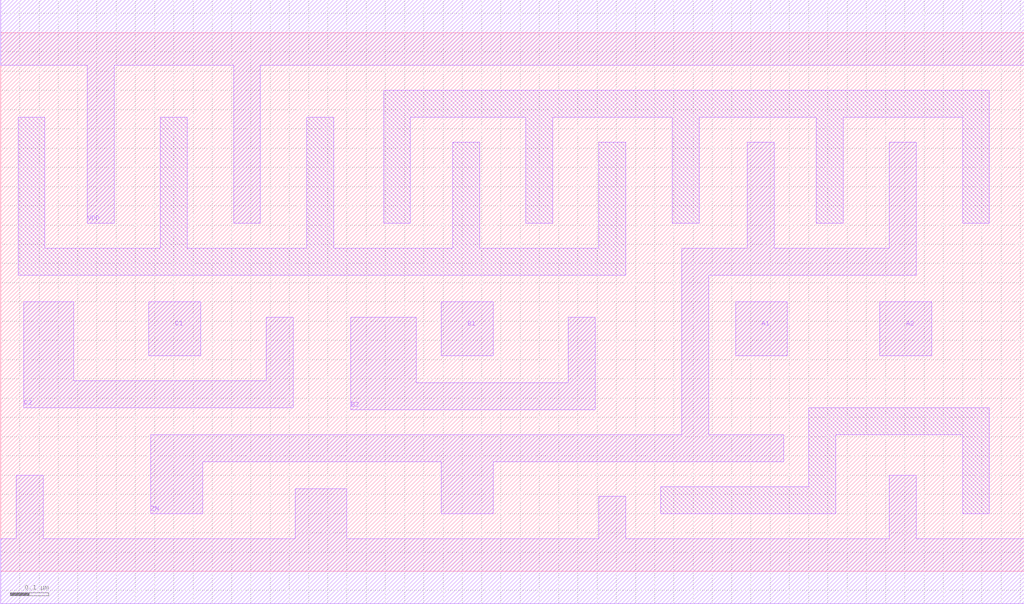
<source format=lef>
# 
# ******************************************************************************
# *                                                                            *
# *                   Copyright (C) 2004-2010, Nangate Inc.                    *
# *                           All rights reserved.                             *
# *                                                                            *
# * Nangate and the Nangate logo are trademarks of Nangate Inc.                *
# *                                                                            *
# * All trademarks, logos, software marks, and trade names (collectively the   *
# * "Marks") in this program are proprietary to Nangate or other respective    *
# * owners that have granted Nangate the right and license to use such Marks.  *
# * You are not permitted to use the Marks without the prior written consent   *
# * of Nangate or such third party that may own the Marks.                     *
# *                                                                            *
# * This file has been provided pursuant to a License Agreement containing     *
# * restrictions on its use. This file contains valuable trade secrets and     *
# * proprietary information of Nangate Inc., and is protected by U.S. and      *
# * international laws and/or treaties.                                        *
# *                                                                            *
# * The copyright notice(s) in this file does not indicate actual or intended  *
# * publication of this file.                                                  *
# *                                                                            *
# *     NGLibraryCreator, v2010.08-HR32-SP3-2010-08-05 - build 1009061800      *
# *                                                                            *
# ******************************************************************************
# 
# 
# Running on brazil06.nangate.com.br for user Giancarlo Franciscatto (gfr).
# Local time is now Fri, 3 Dec 2010, 19:32:18.
# Main process id is 27821.

VERSION 5.6 ;
BUSBITCHARS "[]" ;
DIVIDERCHAR "/" ;

MACRO AOI222_X2
  CLASS core ;
  FOREIGN AOI222_X2 0.0 0.0 ;
  ORIGIN 0 0 ;
  SYMMETRY X Y ;
  SITE FreePDK45_38x28_10R_NP_162NW_34O ;
  SIZE 2.66 BY 1.4 ;
  PIN A1
    DIRECTION INPUT ;
    ANTENNAPARTIALMETALAREA 0.0189 LAYER metal1 ;
    ANTENNAPARTIALMETALSIDEAREA 0.0715 LAYER metal1 ;
    ANTENNAGATEAREA 0.1045 ;
    PORT
      LAYER metal1 ;
        POLYGON 1.91 0.56 2.045 0.56 2.045 0.7 1.91 0.7  ;
    END
  END A1
  PIN A2
    DIRECTION INPUT ;
    ANTENNAPARTIALMETALAREA 0.0189 LAYER metal1 ;
    ANTENNAPARTIALMETALSIDEAREA 0.0715 LAYER metal1 ;
    ANTENNAGATEAREA 0.1045 ;
    PORT
      LAYER metal1 ;
        POLYGON 2.285 0.56 2.42 0.56 2.42 0.7 2.285 0.7  ;
    END
  END A2
  PIN B1
    DIRECTION INPUT ;
    ANTENNAPARTIALMETALAREA 0.0189 LAYER metal1 ;
    ANTENNAPARTIALMETALSIDEAREA 0.0715 LAYER metal1 ;
    ANTENNAGATEAREA 0.1045 ;
    PORT
      LAYER metal1 ;
        POLYGON 1.145 0.56 1.28 0.56 1.28 0.7 1.145 0.7  ;
    END
  END B1
  PIN B2
    DIRECTION INPUT ;
    ANTENNAPARTIALMETALAREA 0.08525 LAYER metal1 ;
    ANTENNAPARTIALMETALSIDEAREA 0.2717 LAYER metal1 ;
    ANTENNAGATEAREA 0.1045 ;
    PORT
      LAYER metal1 ;
        POLYGON 0.91 0.42 1.545 0.42 1.545 0.66 1.475 0.66 1.475 0.49 1.08 0.49 1.08 0.66 0.91 0.66  ;
    END
  END B2
  PIN C1
    DIRECTION INPUT ;
    ANTENNAPARTIALMETALAREA 0.0189 LAYER metal1 ;
    ANTENNAPARTIALMETALSIDEAREA 0.0715 LAYER metal1 ;
    ANTENNAGATEAREA 0.1045 ;
    PORT
      LAYER metal1 ;
        POLYGON 0.385 0.56 0.52 0.56 0.52 0.7 0.385 0.7  ;
    END
  END C1
  PIN C2
    DIRECTION INPUT ;
    ANTENNAPARTIALMETALAREA 0.0872 LAYER metal1 ;
    ANTENNAPARTIALMETALSIDEAREA 0.2964 LAYER metal1 ;
    ANTENNAGATEAREA 0.1045 ;
    PORT
      LAYER metal1 ;
        POLYGON 0.06 0.425 0.76 0.425 0.76 0.66 0.69 0.66 0.69 0.495 0.19 0.495 0.19 0.7 0.06 0.7  ;
    END
  END C2
  PIN ZN
    DIRECTION OUTPUT ;
    ANTENNAPARTIALMETALAREA 0.26185 LAYER metal1 ;
    ANTENNAPARTIALMETALSIDEAREA 0.9256 LAYER metal1 ;
    ANTENNADIFFAREA 0.3507 ;
    PORT
      LAYER metal1 ;
        POLYGON 1.84 0.77 2.38 0.77 2.38 1.115 2.31 1.115 2.31 0.84 2.01 0.84 2.01 1.115 1.94 1.115 1.94 0.84 1.77 0.84 1.77 0.355 0.39 0.355 0.39 0.15 0.525 0.15 0.525 0.285 1.145 0.285 1.145 0.15 1.28 0.15 1.28 0.285 2.035 0.285 2.035 0.355 1.84 0.355  ;
    END
  END ZN
  PIN VDD
    DIRECTION INOUT ;
    USE power ;
    SHAPE ABUTMENT ;
    PORT
      LAYER metal1 ;
        POLYGON 0 1.315 0.225 1.315 0.225 0.905 0.295 0.905 0.295 1.315 0.605 1.315 0.605 0.905 0.675 0.905 0.675 1.315 2.57 1.315 2.66 1.315 2.66 1.485 2.57 1.485 0 1.485  ;
    END
  END VDD
  PIN VSS
    DIRECTION INOUT ;
    USE ground ;
    SHAPE ABUTMENT ;
    PORT
      LAYER metal1 ;
        POLYGON 0 -0.085 2.66 -0.085 2.66 0.085 2.38 0.085 2.38 0.25 2.31 0.25 2.31 0.085 1.625 0.085 1.625 0.195 1.555 0.195 1.555 0.085 0.9 0.085 0.9 0.215 0.765 0.215 0.765 0.085 0.11 0.085 0.11 0.25 0.04 0.25 0.04 0.085 0 0.085  ;
    END
  END VSS
  OBS
      LAYER metal1 ;
        POLYGON 0.045 0.77 1.625 0.77 1.625 1.115 1.555 1.115 1.555 0.84 1.245 0.84 1.245 1.115 1.175 1.115 1.175 0.84 0.865 0.84 0.865 1.18 0.795 1.18 0.795 0.84 0.485 0.84 0.485 1.18 0.415 1.18 0.415 0.84 0.115 0.84 0.115 1.18 0.045 1.18  ;
        POLYGON 1.715 0.15 2.17 0.15 2.17 0.355 2.5 0.355 2.5 0.15 2.57 0.15 2.57 0.425 2.1 0.425 2.1 0.22 1.715 0.22  ;
        POLYGON 0.995 0.905 1.065 0.905 1.065 1.18 1.365 1.18 1.365 0.905 1.435 0.905 1.435 1.18 1.745 1.18 1.745 0.905 1.815 0.905 1.815 1.18 2.12 1.18 2.12 0.905 2.19 0.905 2.19 1.18 2.5 1.18 2.5 0.905 2.57 0.905 2.57 1.25 0.995 1.25  ;
  END
END AOI222_X2

END LIBRARY
#
# End of file
#

</source>
